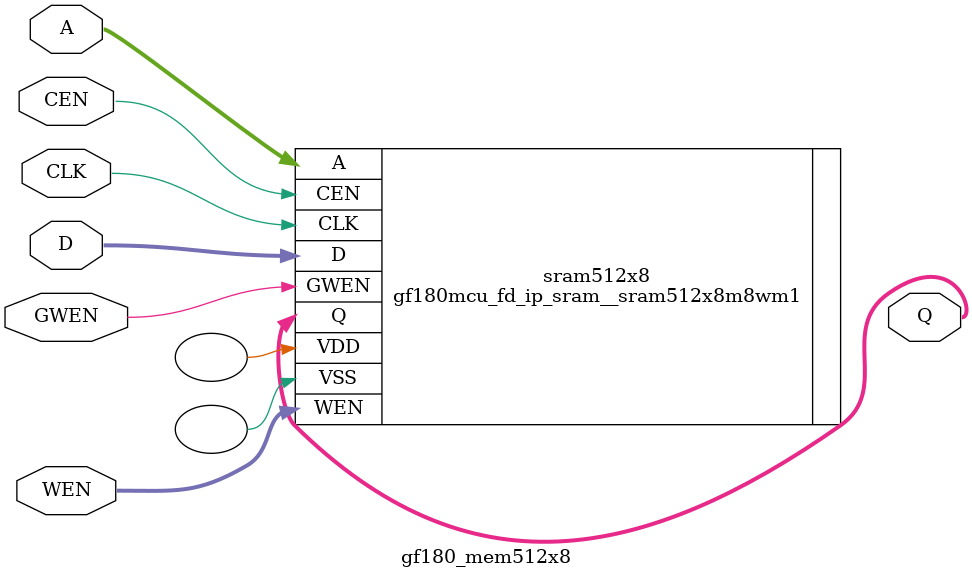
<source format=v>
module gf180_mem512x8 (
`ifdef USE_POWER_PINS
	inout VDD,
	inout VSS,
`endif
	input CLK,
	input CEN,
	input GWEN,
	input [7:0] WEN,
	input [8:0] A,
	input [7:0] D,
	output [7:0] Q
);

gf180mcu_fd_ip_sram__sram512x8m8wm1 sram512x8 (
    .CLK    (CLK),
    .CEN    (CEN),
    .GWEN   (GWEN),
    .WEN    (WEN),
    .A      (A),
    .D      (D),
    .Q      (Q),
`ifdef USE_POWER_PINS
    .VDD    (VDD),
    .VSS    (VSS)
`endif
`ifndef USE_POWER_PINS
	.VDD(),
	.VSS()
`endif
);

endmodule

</source>
